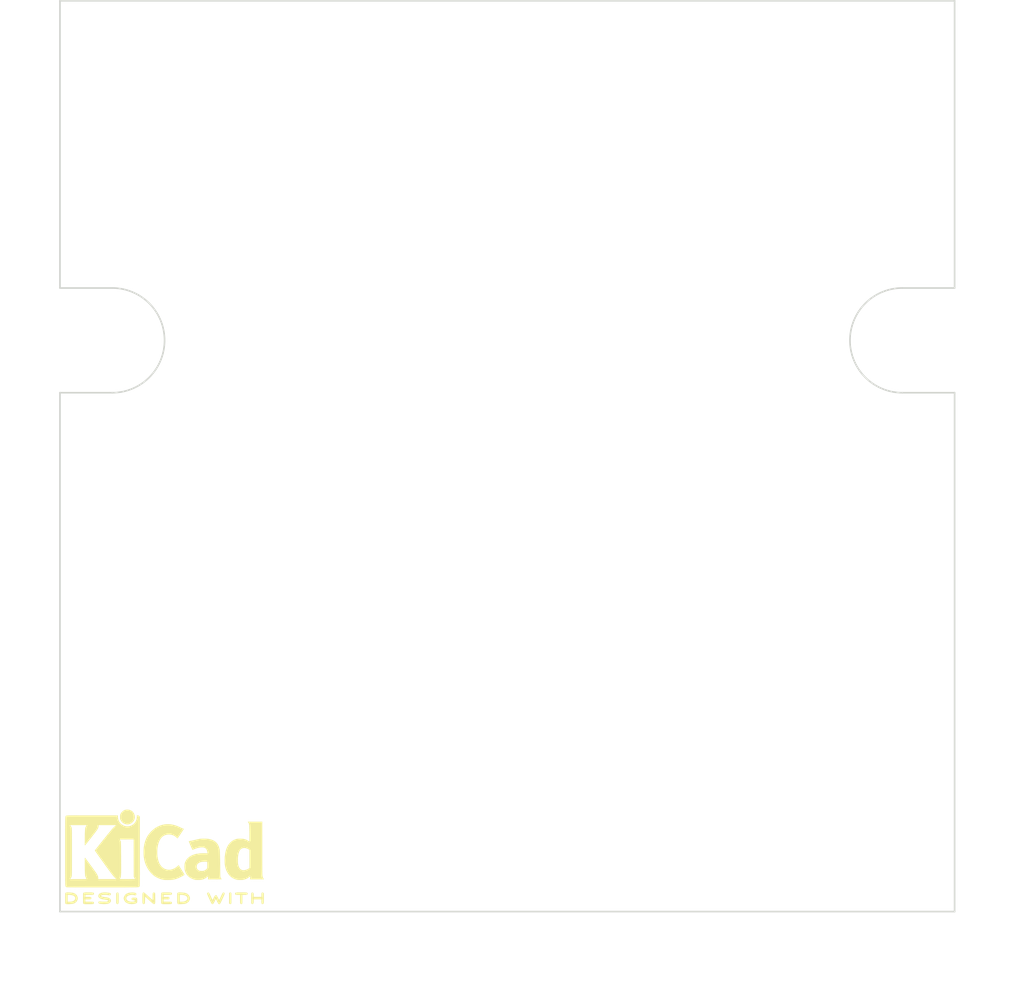
<source format=kicad_pcb>
(kicad_pcb (version 20160815) (host pcbnew no-vcs-found-7409~56~ubuntu16.10.1)

  (general
    (links 0)
    (no_connects 0)
    (area 69.845 81.766999 134.395 145.67)
    (thickness 1.6)
    (drawings 15)
    (tracks 0)
    (zones 0)
    (modules 5)
    (nets 1)
  )

  (page A)
  (title_block
    (title "Enter Title On Page Setting Dialog")
    (rev 1)
    (company "Ashton Johnson")
  )

  (layers
    (0 F.Cu signal)
    (31 B.Cu signal)
    (33 F.Adhes user)
    (35 F.Paste user)
    (37 F.SilkS user)
    (39 F.Mask user)
    (40 Dwgs.User user)
    (41 Cmts.User user)
    (42 Eco1.User user)
    (43 Eco2.User user)
    (44 Edge.Cuts user)
    (45 Margin user)
    (47 F.CrtYd user)
    (49 F.Fab user)
  )

  (setup
    (last_trace_width 0.381)
    (user_trace_width 0.1524)
    (user_trace_width 0.2032)
    (user_trace_width 0.254)
    (user_trace_width 0.381)
    (user_trace_width 0.508)
    (user_trace_width 0.635)
    (user_trace_width 0.889)
    (user_trace_width 1.27)
    (user_trace_width 2.974416)
    (trace_clearance 0.254)
    (zone_clearance 0.508)
    (zone_45_only yes)
    (trace_min 0.1524)
    (segment_width 0.2)
    (edge_width 0.1)
    (via_size 0.6858)
    (via_drill 0.3302)
    (via_min_size 0.6858)
    (via_min_drill 0.3302)
    (user_via 0.6858 0.3302)
    (uvia_size 254)
    (uvia_drill 127)
    (uvias_allowed no)
    (uvia_min_size 0)
    (uvia_min_drill 0)
    (pcb_text_width 0.3)
    (pcb_text_size 1.5 1.5)
    (mod_edge_width 0.15)
    (mod_text_size 1 1)
    (mod_text_width 0.15)
    (pad_size 3.2 3.2)
    (pad_drill 3.2)
    (pad_to_mask_clearance 0.0762)
    (aux_axis_origin 130 100)
    (grid_origin 130 100)
    (visible_elements 7FFFFFFF)
    (pcbplotparams
      (layerselection 0x010a8_80000001)
      (usegerberextensions true)
      (usegerberattributes true)
      (excludeedgelayer true)
      (linewidth 0.100000)
      (plotframeref false)
      (viasonmask false)
      (mode 1)
      (useauxorigin false)
      (hpglpennumber 1)
      (hpglpenspeed 20)
      (hpglpendiameter 15)
      (psnegative false)
      (psa4output false)
      (plotreference true)
      (plotvalue true)
      (plotinvisibletext false)
      (padsonsilk false)
      (subtractmaskfromsilk true)
      (outputformat 1)
      (mirror false)
      (drillshape 0)
      (scaleselection 1)
      (outputdirectory ""))
  )

  (net 0 "")

  (net_class Default "This is the default net class."
    (clearance 0.254)
    (trace_width 0.381)
    (via_dia 0.6858)
    (via_drill 0.3302)
    (uvia_dia 254)
    (uvia_drill 127)
    (diff_pair_gap 0.25)
    (diff_pair_width 0.2)
  )

  (module Mounting_Holes:MountingHole_3.2mm_M3_ISO14580 locked (layer F.Cu) (tedit 586721DC) (tstamp 58672070)
    (at 115.695 124.647)
    (descr "Mounting Hole 3.2mm, no annular, M3, ISO14580")
    (tags "mounting hole 3.2mm no annular m3 iso14580")
    (fp_text reference MK4 (at 0 -3.75) (layer F.SilkS) hide
      (effects (font (size 1 1) (thickness 0.15)))
    )
    (fp_text value MountingHole_3.2mm_M3_ISO14580 (at 0 3.75) (layer F.Fab) hide
      (effects (font (size 1 1) (thickness 0.15)))
    )
    (fp_circle (center 0 0) (end 3 0) (layer F.CrtYd) (width 0.05))
    (fp_circle (center 0 0) (end 2.75 0) (layer Cmts.User) (width 0.15))
    (pad 1 np_thru_hole circle (at 0 0) (size 3.2 3.2) (drill 3.2) (layers *.Cu *.Mask))
  )

  (module Mounting_Holes:MountingHole_3.2mm_M3_ISO14580 locked (layer F.Cu) (tedit 586721DF) (tstamp 5867206A)
    (at 87.695 124.647)
    (descr "Mounting Hole 3.2mm, no annular, M3, ISO14580")
    (tags "mounting hole 3.2mm no annular m3 iso14580")
    (fp_text reference MK3 (at 0 -3.75) (layer F.SilkS) hide
      (effects (font (size 1 1) (thickness 0.15)))
    )
    (fp_text value MountingHole_3.2mm_M3_ISO14580 (at 0 3.75) (layer F.Fab) hide
      (effects (font (size 1 1) (thickness 0.15)))
    )
    (fp_circle (center 0 0) (end 3 0) (layer F.CrtYd) (width 0.05))
    (fp_circle (center 0 0) (end 2.75 0) (layer Cmts.User) (width 0.15))
    (pad 1 np_thru_hole circle (at 0 0) (size 3.2 3.2) (drill 3.2) (layers *.Cu *.Mask))
  )

  (module Mounting_Holes:MountingHole_3.2mm_M3_ISO14580 locked (layer F.Cu) (tedit 586721D5) (tstamp 58672064)
    (at 115.695 96.647)
    (descr "Mounting Hole 3.2mm, no annular, M3, ISO14580")
    (tags "mounting hole 3.2mm no annular m3 iso14580")
    (fp_text reference MK2 (at 0 -3.75) (layer F.SilkS) hide
      (effects (font (size 1 1) (thickness 0.15)))
    )
    (fp_text value MountingHole_3.2mm_M3_ISO14580 (at 0 3.75) (layer F.Fab) hide
      (effects (font (size 1 1) (thickness 0.15)))
    )
    (fp_circle (center 0 0) (end 3 0) (layer F.CrtYd) (width 0.05))
    (fp_circle (center 0 0) (end 2.75 0) (layer Cmts.User) (width 0.15))
    (pad 1 np_thru_hole circle (at 0 0) (size 3.2 3.2) (drill 3.2) (layers *.Cu *.Mask))
  )

  (module Mounting_Holes:MountingHole_3.2mm_M3_ISO14580 locked (layer F.Cu) (tedit 586721D8) (tstamp 58671FE4)
    (at 87.695 96.647)
    (descr "Mounting Hole 3.2mm, no annular, M3, ISO14580")
    (tags "mounting hole 3.2mm no annular m3 iso14580")
    (fp_text reference MK1 (at 0 -3.75) (layer F.SilkS) hide
      (effects (font (size 1 1) (thickness 0.15)))
    )
    (fp_text value MountingHole_3.2mm_M3_ISO14580 (at 0 3.75) (layer F.Fab) hide
      (effects (font (size 1 1) (thickness 0.15)))
    )
    (fp_circle (center 0 0) (end 2.75 0) (layer Cmts.User) (width 0.15))
    (fp_circle (center 0 0) (end 3 0) (layer F.CrtYd) (width 0.05))
    (pad 1 np_thru_hole circle (at 0 0) (size 3.2 3.2) (drill 3.2) (layers *.Cu *.Mask))
  )

  (module Symbols:KiCad-Logo2_6mm_SilkScreen (layer F.Cu) (tedit 581164A0) (tstamp 581165B4)
    (at 80 136)
    (descr "KiCad Logo")
    (tags "Logo KiCad")
    (attr virtual)
    (fp_text reference REF*** (at -3.95 -3.37) (layer F.SilkS) hide
      (effects (font (size 1 1) (thickness 0.15)))
    )
    (fp_text value KiCad-Logo2_6mm_SilkScreen (at -7.34 4.17) (layer F.Fab) hide
      (effects (font (size 1 1) (thickness 0.15)))
    )
    (fp_poly (pts (xy -6.121371 2.269066) (xy -6.081889 2.269467) (xy -5.9662 2.272259) (xy -5.869311 2.28055)
      (xy -5.787919 2.295232) (xy -5.718723 2.317193) (xy -5.65842 2.347322) (xy -5.603708 2.38651)
      (xy -5.584167 2.403532) (xy -5.55175 2.443363) (xy -5.52252 2.497413) (xy -5.499991 2.557323)
      (xy -5.487679 2.614739) (xy -5.4864 2.635956) (xy -5.494417 2.694769) (xy -5.515899 2.759013)
      (xy -5.546999 2.819821) (xy -5.583866 2.86833) (xy -5.589854 2.874182) (xy -5.640579 2.915321)
      (xy -5.696125 2.947435) (xy -5.759696 2.971365) (xy -5.834494 2.987953) (xy -5.923722 2.998041)
      (xy -6.030582 3.002469) (xy -6.079528 3.002845) (xy -6.141762 3.002545) (xy -6.185528 3.001292)
      (xy -6.214931 2.998554) (xy -6.234079 2.993801) (xy -6.247077 2.986501) (xy -6.254045 2.980267)
      (xy -6.260626 2.972694) (xy -6.265788 2.962924) (xy -6.269703 2.94834) (xy -6.272543 2.926326)
      (xy -6.27448 2.894264) (xy -6.275684 2.849536) (xy -6.276328 2.789526) (xy -6.276583 2.711617)
      (xy -6.276622 2.635956) (xy -6.27687 2.535041) (xy -6.276817 2.454427) (xy -6.275857 2.415822)
      (xy -6.129867 2.415822) (xy -6.129867 2.856089) (xy -6.036734 2.856004) (xy -5.980693 2.854396)
      (xy -5.921999 2.850256) (xy -5.873028 2.844464) (xy -5.871538 2.844226) (xy -5.792392 2.82509)
      (xy -5.731002 2.795287) (xy -5.684305 2.752878) (xy -5.654635 2.706961) (xy -5.636353 2.656026)
      (xy -5.637771 2.6082) (xy -5.658988 2.556933) (xy -5.700489 2.503899) (xy -5.757998 2.4646)
      (xy -5.83275 2.438331) (xy -5.882708 2.429035) (xy -5.939416 2.422507) (xy -5.999519 2.417782)
      (xy -6.050639 2.415817) (xy -6.053667 2.415808) (xy -6.129867 2.415822) (xy -6.275857 2.415822)
      (xy -6.27526 2.391851) (xy -6.270998 2.345055) (xy -6.26283 2.311778) (xy -6.249556 2.289759)
      (xy -6.229974 2.276739) (xy -6.202883 2.270457) (xy -6.167082 2.268653) (xy -6.121371 2.269066)) (layer F.SilkS) (width 0.01))
    (fp_poly (pts (xy -4.712794 2.269146) (xy -4.643386 2.269518) (xy -4.590997 2.270385) (xy -4.552847 2.271946)
      (xy -4.526159 2.274403) (xy -4.508153 2.277957) (xy -4.496049 2.28281) (xy -4.487069 2.289161)
      (xy -4.483818 2.292084) (xy -4.464043 2.323142) (xy -4.460482 2.358828) (xy -4.473491 2.39051)
      (xy -4.479506 2.396913) (xy -4.489235 2.403121) (xy -4.504901 2.40791) (xy -4.529408 2.411514)
      (xy -4.565661 2.414164) (xy -4.616565 2.416095) (xy -4.685026 2.417539) (xy -4.747617 2.418418)
      (xy -4.995334 2.421467) (xy -4.998719 2.486378) (xy -5.002105 2.551289) (xy -4.833958 2.551289)
      (xy -4.760959 2.551919) (xy -4.707517 2.554553) (xy -4.670628 2.560309) (xy -4.647288 2.570304)
      (xy -4.634494 2.585656) (xy -4.629242 2.607482) (xy -4.628445 2.627738) (xy -4.630923 2.652592)
      (xy -4.640277 2.670906) (xy -4.659383 2.683637) (xy -4.691118 2.691741) (xy -4.738359 2.696176)
      (xy -4.803983 2.697899) (xy -4.839801 2.698045) (xy -5.000978 2.698045) (xy -5.000978 2.856089)
      (xy -4.752622 2.856089) (xy -4.671213 2.856202) (xy -4.609342 2.856712) (xy -4.563968 2.85787)
      (xy -4.532054 2.85993) (xy -4.510559 2.863146) (xy -4.496443 2.867772) (xy -4.486668 2.874059)
      (xy -4.481689 2.878667) (xy -4.46461 2.90556) (xy -4.459111 2.929467) (xy -4.466963 2.958667)
      (xy -4.481689 2.980267) (xy -4.489546 2.987066) (xy -4.499688 2.992346) (xy -4.514844 2.996298)
      (xy -4.537741 2.999113) (xy -4.571109 3.000982) (xy -4.617675 3.002098) (xy -4.680167 3.002651)
      (xy -4.761314 3.002833) (xy -4.803422 3.002845) (xy -4.893598 3.002765) (xy -4.963924 3.002398)
      (xy -5.017129 3.001552) (xy -5.05594 3.000036) (xy -5.083087 2.997659) (xy -5.101298 2.994229)
      (xy -5.1133 2.989554) (xy -5.121822 2.983444) (xy -5.125156 2.980267) (xy -5.131755 2.97267)
      (xy -5.136927 2.96287) (xy -5.140846 2.948239) (xy -5.143684 2.926152) (xy -5.145615 2.893982)
      (xy -5.146812 2.849103) (xy -5.147448 2.788889) (xy -5.147697 2.710713) (xy -5.147734 2.637923)
      (xy -5.1477 2.544707) (xy -5.147465 2.471431) (xy -5.14683 2.415458) (xy -5.145594 2.374151)
      (xy -5.143556 2.344872) (xy -5.140517 2.324984) (xy -5.136277 2.31185) (xy -5.130635 2.302832)
      (xy -5.123391 2.295293) (xy -5.121606 2.293612) (xy -5.112945 2.286172) (xy -5.102882 2.280409)
      (xy -5.088625 2.276112) (xy -5.067383 2.273064) (xy -5.036364 2.271051) (xy -4.992777 2.26986)
      (xy -4.933831 2.269275) (xy -4.856734 2.269083) (xy -4.802001 2.269067) (xy -4.712794 2.269146)) (layer F.SilkS) (width 0.01))
    (fp_poly (pts (xy -3.691703 2.270351) (xy -3.616888 2.275581) (xy -3.547306 2.28375) (xy -3.487002 2.29455)
      (xy -3.44002 2.307673) (xy -3.410406 2.322813) (xy -3.40586 2.327269) (xy -3.390054 2.36185)
      (xy -3.394847 2.397351) (xy -3.419364 2.427725) (xy -3.420534 2.428596) (xy -3.434954 2.437954)
      (xy -3.450008 2.442876) (xy -3.471005 2.443473) (xy -3.503257 2.439861) (xy -3.552073 2.432154)
      (xy -3.556 2.431505) (xy -3.628739 2.422569) (xy -3.707217 2.418161) (xy -3.785927 2.418119)
      (xy -3.859361 2.422279) (xy -3.922011 2.430479) (xy -3.96837 2.442557) (xy -3.971416 2.443771)
      (xy -4.005048 2.462615) (xy -4.016864 2.481685) (xy -4.007614 2.500439) (xy -3.978047 2.518337)
      (xy -3.928911 2.534837) (xy -3.860957 2.549396) (xy -3.815645 2.556406) (xy -3.721456 2.569889)
      (xy -3.646544 2.582214) (xy -3.587717 2.594449) (xy -3.541785 2.607661) (xy -3.505555 2.622917)
      (xy -3.475838 2.641285) (xy -3.449442 2.663831) (xy -3.42823 2.685971) (xy -3.403065 2.716819)
      (xy -3.390681 2.743345) (xy -3.386808 2.776026) (xy -3.386667 2.787995) (xy -3.389576 2.827712)
      (xy -3.401202 2.857259) (xy -3.421323 2.883486) (xy -3.462216 2.923576) (xy -3.507817 2.954149)
      (xy -3.561513 2.976203) (xy -3.626692 2.990735) (xy -3.706744 2.998741) (xy -3.805057 3.001218)
      (xy -3.821289 3.001177) (xy -3.886849 2.999818) (xy -3.951866 2.99673) (xy -4.009252 2.992356)
      (xy -4.051922 2.98714) (xy -4.055372 2.986541) (xy -4.097796 2.976491) (xy -4.13378 2.963796)
      (xy -4.15415 2.95219) (xy -4.173107 2.921572) (xy -4.174427 2.885918) (xy -4.158085 2.854144)
      (xy -4.154429 2.850551) (xy -4.139315 2.839876) (xy -4.120415 2.835276) (xy -4.091162 2.836059)
      (xy -4.055651 2.840127) (xy -4.01597 2.843762) (xy -3.960345 2.846828) (xy -3.895406 2.849053)
      (xy -3.827785 2.850164) (xy -3.81 2.850237) (xy -3.742128 2.849964) (xy -3.692454 2.848646)
      (xy -3.65661 2.845827) (xy -3.630224 2.84105) (xy -3.608926 2.833857) (xy -3.596126 2.827867)
      (xy -3.568 2.811233) (xy -3.550068 2.796168) (xy -3.547447 2.791897) (xy -3.552976 2.774263)
      (xy -3.57926 2.757192) (xy -3.624478 2.741458) (xy -3.686808 2.727838) (xy -3.705171 2.724804)
      (xy -3.80109 2.709738) (xy -3.877641 2.697146) (xy -3.93778 2.686111) (xy -3.98446 2.67572)
      (xy -4.020637 2.665056) (xy -4.049265 2.653205) (xy -4.073298 2.639251) (xy -4.095692 2.622281)
      (xy -4.119402 2.601378) (xy -4.12738 2.594049) (xy -4.155353 2.566699) (xy -4.17016 2.545029)
      (xy -4.175952 2.520232) (xy -4.176889 2.488983) (xy -4.166575 2.427705) (xy -4.135752 2.37564)
      (xy -4.084595 2.332958) (xy -4.013283 2.299825) (xy -3.9624 2.284964) (xy -3.9071 2.275366)
      (xy -3.840853 2.269936) (xy -3.767706 2.268367) (xy -3.691703 2.270351)) (layer F.SilkS) (width 0.01))
    (fp_poly (pts (xy -2.923822 2.291645) (xy -2.917242 2.299218) (xy -2.912079 2.308987) (xy -2.908164 2.323571)
      (xy -2.905324 2.345585) (xy -2.903387 2.377648) (xy -2.902183 2.422375) (xy -2.901539 2.482385)
      (xy -2.901284 2.560294) (xy -2.901245 2.635956) (xy -2.901314 2.729802) (xy -2.901638 2.803689)
      (xy -2.902386 2.860232) (xy -2.903732 2.902049) (xy -2.905846 2.931757) (xy -2.9089 2.951973)
      (xy -2.913066 2.965314) (xy -2.918516 2.974398) (xy -2.923822 2.980267) (xy -2.956826 2.999947)
      (xy -2.991991 2.998181) (xy -3.023455 2.976717) (xy -3.030684 2.968337) (xy -3.036334 2.958614)
      (xy -3.040599 2.944861) (xy -3.043673 2.924389) (xy -3.045752 2.894512) (xy -3.04703 2.852541)
      (xy -3.047701 2.795789) (xy -3.047959 2.721567) (xy -3.048 2.637537) (xy -3.048 2.324485)
      (xy -3.020291 2.296776) (xy -2.986137 2.273463) (xy -2.953006 2.272623) (xy -2.923822 2.291645)) (layer F.SilkS) (width 0.01))
    (fp_poly (pts (xy -1.950081 2.274599) (xy -1.881565 2.286095) (xy -1.828943 2.303967) (xy -1.794708 2.327499)
      (xy -1.785379 2.340924) (xy -1.775893 2.372148) (xy -1.782277 2.400395) (xy -1.80243 2.427182)
      (xy -1.833745 2.439713) (xy -1.879183 2.438696) (xy -1.914326 2.431906) (xy -1.992419 2.418971)
      (xy -2.072226 2.417742) (xy -2.161555 2.428241) (xy -2.186229 2.43269) (xy -2.269291 2.456108)
      (xy -2.334273 2.490945) (xy -2.380461 2.536604) (xy -2.407145 2.592494) (xy -2.412663 2.621388)
      (xy -2.409051 2.680012) (xy -2.385729 2.731879) (xy -2.344824 2.775978) (xy -2.288459 2.811299)
      (xy -2.21876 2.836829) (xy -2.137852 2.851559) (xy -2.04786 2.854478) (xy -1.95091 2.844575)
      (xy -1.945436 2.843641) (xy -1.906875 2.836459) (xy -1.885494 2.829521) (xy -1.876227 2.819227)
      (xy -1.874006 2.801976) (xy -1.873956 2.792841) (xy -1.873956 2.754489) (xy -1.942431 2.754489)
      (xy -2.0029 2.750347) (xy -2.044165 2.737147) (xy -2.068175 2.71373) (xy -2.076877 2.678936)
      (xy -2.076983 2.674394) (xy -2.071892 2.644654) (xy -2.054433 2.623419) (xy -2.021939 2.609366)
      (xy -1.971743 2.601173) (xy -1.923123 2.598161) (xy -1.852456 2.596433) (xy -1.801198 2.59907)
      (xy -1.766239 2.6088) (xy -1.74447 2.628353) (xy -1.73278 2.660456) (xy -1.72806 2.707838)
      (xy -1.7272 2.770071) (xy -1.728609 2.839535) (xy -1.732848 2.886786) (xy -1.739936 2.912012)
      (xy -1.741311 2.913988) (xy -1.780228 2.945508) (xy -1.837286 2.97047) (xy -1.908869 2.98834)
      (xy -1.991358 2.998586) (xy -2.081139 3.000673) (xy -2.174592 2.994068) (xy -2.229556 2.985956)
      (xy -2.315766 2.961554) (xy -2.395892 2.921662) (xy -2.462977 2.869887) (xy -2.473173 2.859539)
      (xy -2.506302 2.816035) (xy -2.536194 2.762118) (xy -2.559357 2.705592) (xy -2.572298 2.654259)
      (xy -2.573858 2.634544) (xy -2.567218 2.593419) (xy -2.549568 2.542252) (xy -2.524297 2.488394)
      (xy -2.494789 2.439195) (xy -2.468719 2.406334) (xy -2.407765 2.357452) (xy -2.328969 2.318545)
      (xy -2.235157 2.290494) (xy -2.12915 2.274179) (xy -2.032 2.270192) (xy -1.950081 2.274599)) (layer F.SilkS) (width 0.01))
    (fp_poly (pts (xy -1.300114 2.273448) (xy -1.276548 2.287273) (xy -1.245735 2.309881) (xy -1.206078 2.342338)
      (xy -1.15598 2.385708) (xy -1.093843 2.441058) (xy -1.018072 2.509451) (xy -0.931334 2.588084)
      (xy -0.750711 2.751878) (xy -0.745067 2.532029) (xy -0.743029 2.456351) (xy -0.741063 2.399994)
      (xy -0.738734 2.359706) (xy -0.735606 2.332235) (xy -0.731245 2.314329) (xy -0.725216 2.302737)
      (xy -0.717084 2.294208) (xy -0.712772 2.290623) (xy -0.678241 2.27167) (xy -0.645383 2.274441)
      (xy -0.619318 2.290633) (xy -0.592667 2.312199) (xy -0.589352 2.627151) (xy -0.588435 2.719779)
      (xy -0.587968 2.792544) (xy -0.588113 2.848161) (xy -0.589032 2.889342) (xy -0.590887 2.918803)
      (xy -0.593839 2.939255) (xy -0.59805 2.953413) (xy -0.603682 2.963991) (xy -0.609927 2.972474)
      (xy -0.623439 2.988207) (xy -0.636883 2.998636) (xy -0.652124 3.002639) (xy -0.671026 2.999094)
      (xy -0.695455 2.986879) (xy -0.727273 2.964871) (xy -0.768348 2.931949) (xy -0.820542 2.886991)
      (xy -0.885722 2.828875) (xy -0.959556 2.762099) (xy -1.224845 2.521458) (xy -1.230489 2.740589)
      (xy -1.232531 2.816128) (xy -1.234502 2.872354) (xy -1.236839 2.912524) (xy -1.239981 2.939896)
      (xy -1.244364 2.957728) (xy -1.250424 2.969279) (xy -1.2586 2.977807) (xy -1.262784 2.981282)
      (xy -1.299765 3.000372) (xy -1.334708 2.997493) (xy -1.365136 2.9731) (xy -1.372097 2.963286)
      (xy -1.377523 2.951826) (xy -1.381603 2.935968) (xy -1.384529 2.912963) (xy -1.386492 2.880062)
      (xy -1.387683 2.834516) (xy -1.388292 2.773573) (xy -1.388511 2.694486) (xy -1.388534 2.635956)
      (xy -1.38846 2.544407) (xy -1.388113 2.472687) (xy -1.387301 2.418045) (xy -1.385833 2.377732)
      (xy -1.383519 2.348998) (xy -1.380167 2.329093) (xy -1.375588 2.315268) (xy -1.369589 2.304772)
      (xy -1.365136 2.298811) (xy -1.35385 2.284691) (xy -1.343301 2.274029) (xy -1.331893 2.267892)
      (xy -1.31803 2.267343) (xy -1.300114 2.273448)) (layer F.SilkS) (width 0.01))
    (fp_poly (pts (xy 0.230343 2.26926) (xy 0.306701 2.270174) (xy 0.365217 2.272311) (xy 0.408255 2.276175)
      (xy 0.438183 2.282267) (xy 0.457368 2.29109) (xy 0.468176 2.303146) (xy 0.472973 2.318939)
      (xy 0.474127 2.33897) (xy 0.474133 2.341335) (xy 0.473131 2.363992) (xy 0.468396 2.381503)
      (xy 0.457333 2.394574) (xy 0.437348 2.403913) (xy 0.405846 2.410227) (xy 0.360232 2.414222)
      (xy 0.297913 2.416606) (xy 0.216293 2.418086) (xy 0.191277 2.418414) (xy -0.0508 2.421467)
      (xy -0.054186 2.486378) (xy -0.057571 2.551289) (xy 0.110576 2.551289) (xy 0.176266 2.551531)
      (xy 0.223172 2.552556) (xy 0.255083 2.554811) (xy 0.275791 2.558742) (xy 0.289084 2.564798)
      (xy 0.298755 2.573424) (xy 0.298817 2.573493) (xy 0.316356 2.607112) (xy 0.315722 2.643448)
      (xy 0.297314 2.674423) (xy 0.293671 2.677607) (xy 0.280741 2.685812) (xy 0.263024 2.691521)
      (xy 0.23657 2.695162) (xy 0.197432 2.697167) (xy 0.141662 2.697964) (xy 0.105994 2.698045)
      (xy -0.056445 2.698045) (xy -0.056445 2.856089) (xy 0.190161 2.856089) (xy 0.27158 2.856231)
      (xy 0.33341 2.856814) (xy 0.378637 2.858068) (xy 0.410248 2.860227) (xy 0.431231 2.863523)
      (xy 0.444573 2.868189) (xy 0.453261 2.874457) (xy 0.45545 2.876733) (xy 0.471614 2.90828)
      (xy 0.472797 2.944168) (xy 0.459536 2.975285) (xy 0.449043 2.985271) (xy 0.438129 2.990769)
      (xy 0.421217 2.995022) (xy 0.395633 2.99818) (xy 0.358701 3.000392) (xy 0.307746 3.001806)
      (xy 0.240094 3.002572) (xy 0.153069 3.002838) (xy 0.133394 3.002845) (xy 0.044911 3.002787)
      (xy -0.023773 3.002467) (xy -0.075436 3.001667) (xy -0.112855 3.000167) (xy -0.13881 2.997749)
      (xy -0.156078 2.994194) (xy -0.167438 2.989282) (xy -0.175668 2.982795) (xy -0.180183 2.978138)
      (xy -0.186979 2.969889) (xy -0.192288 2.959669) (xy -0.196294 2.9448) (xy -0.199179 2.922602)
      (xy -0.201126 2.890393) (xy -0.202319 2.845496) (xy -0.202939 2.785228) (xy -0.203171 2.706911)
      (xy -0.2032 2.640994) (xy -0.203129 2.548628) (xy -0.202792 2.476117) (xy -0.202002 2.420737)
      (xy -0.200574 2.379765) (xy -0.198321 2.350478) (xy -0.195057 2.330153) (xy -0.190596 2.316066)
      (xy -0.184752 2.305495) (xy -0.179803 2.298811) (xy -0.156406 2.269067) (xy 0.133774 2.269067)
      (xy 0.230343 2.26926)) (layer F.SilkS) (width 0.01))
    (fp_poly (pts (xy 1.018309 2.269275) (xy 1.147288 2.273636) (xy 1.256991 2.286861) (xy 1.349226 2.309741)
      (xy 1.425802 2.34307) (xy 1.488527 2.387638) (xy 1.539212 2.444236) (xy 1.579663 2.513658)
      (xy 1.580459 2.515351) (xy 1.604601 2.577483) (xy 1.613203 2.632509) (xy 1.606231 2.687887)
      (xy 1.583654 2.751073) (xy 1.579372 2.760689) (xy 1.550172 2.816966) (xy 1.517356 2.860451)
      (xy 1.475002 2.897417) (xy 1.41719 2.934135) (xy 1.413831 2.936052) (xy 1.363504 2.960227)
      (xy 1.306621 2.978282) (xy 1.239527 2.990839) (xy 1.158565 2.998522) (xy 1.060082 3.001953)
      (xy 1.025286 3.002251) (xy 0.859594 3.002845) (xy 0.836197 2.9731) (xy 0.829257 2.963319)
      (xy 0.823842 2.951897) (xy 0.819765 2.936095) (xy 0.816837 2.913175) (xy 0.814867 2.880396)
      (xy 0.814225 2.856089) (xy 0.970844 2.856089) (xy 1.064726 2.856089) (xy 1.119664 2.854483)
      (xy 1.17606 2.850255) (xy 1.222345 2.844292) (xy 1.225139 2.84379) (xy 1.307348 2.821736)
      (xy 1.371114 2.7886) (xy 1.418452 2.742847) (xy 1.451382 2.682939) (xy 1.457108 2.667061)
      (xy 1.462721 2.642333) (xy 1.460291 2.617902) (xy 1.448467 2.5854) (xy 1.44134 2.569434)
      (xy 1.418 2.527006) (xy 1.38988 2.49724) (xy 1.35894 2.476511) (xy 1.296966 2.449537)
      (xy 1.217651 2.429998) (xy 1.125253 2.418746) (xy 1.058333 2.41627) (xy 0.970844 2.415822)
      (xy 0.970844 2.856089) (xy 0.814225 2.856089) (xy 0.813668 2.835021) (xy 0.81305 2.774311)
      (xy 0.812825 2.695526) (xy 0.8128 2.63392) (xy 0.8128 2.324485) (xy 0.840509 2.296776)
      (xy 0.852806 2.285544) (xy 0.866103 2.277853) (xy 0.884672 2.27304) (xy 0.912786 2.270446)
      (xy 0.954717 2.26941) (xy 1.014737 2.26927) (xy 1.018309 2.269275)) (layer F.SilkS) (width 0.01))
    (fp_poly (pts (xy 3.744665 2.271034) (xy 3.764255 2.278035) (xy 3.76501 2.278377) (xy 3.791613 2.298678)
      (xy 3.80627 2.319561) (xy 3.809138 2.329352) (xy 3.808996 2.342361) (xy 3.804961 2.360895)
      (xy 3.796146 2.387257) (xy 3.781669 2.423752) (xy 3.760645 2.472687) (xy 3.732188 2.536365)
      (xy 3.695415 2.617093) (xy 3.675175 2.661216) (xy 3.638625 2.739985) (xy 3.604315 2.812423)
      (xy 3.573552 2.87588) (xy 3.547648 2.927708) (xy 3.52791 2.965259) (xy 3.51565 2.985884)
      (xy 3.513224 2.988733) (xy 3.482183 3.001302) (xy 3.447121 2.999619) (xy 3.419 2.984332)
      (xy 3.417854 2.983089) (xy 3.406668 2.966154) (xy 3.387904 2.93317) (xy 3.363875 2.88838)
      (xy 3.336897 2.836032) (xy 3.327201 2.816742) (xy 3.254014 2.67015) (xy 3.17424 2.829393)
      (xy 3.145767 2.884415) (xy 3.11935 2.932132) (xy 3.097148 2.968893) (xy 3.081319 2.991044)
      (xy 3.075954 2.995741) (xy 3.034257 3.002102) (xy 2.999849 2.988733) (xy 2.989728 2.974446)
      (xy 2.972214 2.942692) (xy 2.948735 2.896597) (xy 2.92072 2.839285) (xy 2.889599 2.77388)
      (xy 2.856799 2.703507) (xy 2.82375 2.631291) (xy 2.791881 2.560355) (xy 2.762619 2.493825)
      (xy 2.737395 2.434826) (xy 2.717636 2.386481) (xy 2.704772 2.351915) (xy 2.700231 2.334253)
      (xy 2.700277 2.333613) (xy 2.711326 2.311388) (xy 2.73341 2.288753) (xy 2.73471 2.287768)
      (xy 2.761853 2.272425) (xy 2.786958 2.272574) (xy 2.796368 2.275466) (xy 2.807834 2.281718)
      (xy 2.82001 2.294014) (xy 2.834357 2.314908) (xy 2.852336 2.346949) (xy 2.875407 2.392688)
      (xy 2.90503 2.454677) (xy 2.931745 2.511898) (xy 2.96248 2.578226) (xy 2.990021 2.637874)
      (xy 3.012938 2.687725) (xy 3.029798 2.724664) (xy 3.039173 2.745573) (xy 3.04054 2.748845)
      (xy 3.046689 2.743497) (xy 3.060822 2.721109) (xy 3.081057 2.684946) (xy 3.105515 2.638277)
      (xy 3.115248 2.619022) (xy 3.148217 2.554004) (xy 3.173643 2.506654) (xy 3.193612 2.474219)
      (xy 3.21021 2.453946) (xy 3.225524 2.443082) (xy 3.24164 2.438875) (xy 3.252143 2.4384)
      (xy 3.27067 2.440042) (xy 3.286904 2.446831) (xy 3.303035 2.461566) (xy 3.321251 2.487044)
      (xy 3.343739 2.526061) (xy 3.372689 2.581414) (xy 3.388662 2.612903) (xy 3.41457 2.663087)
      (xy 3.437167 2.704704) (xy 3.454458 2.734242) (xy 3.46445 2.748189) (xy 3.465809 2.74877)
      (xy 3.472261 2.737793) (xy 3.486708 2.70929) (xy 3.507703 2.666244) (xy 3.533797 2.611638)
      (xy 3.563546 2.548454) (xy 3.57818 2.517071) (xy 3.61625 2.436078) (xy 3.646905 2.373756)
      (xy 3.671737 2.328071) (xy 3.692337 2.296989) (xy 3.710298 2.278478) (xy 3.72721 2.270504)
      (xy 3.744665 2.271034)) (layer F.SilkS) (width 0.01))
    (fp_poly (pts (xy 4.188614 2.275877) (xy 4.212327 2.290647) (xy 4.238978 2.312227) (xy 4.238978 2.633773)
      (xy 4.238893 2.72783) (xy 4.238529 2.801932) (xy 4.237724 2.858704) (xy 4.236313 2.900768)
      (xy 4.234133 2.930748) (xy 4.231021 2.951267) (xy 4.226814 2.964949) (xy 4.221348 2.974416)
      (xy 4.217472 2.979082) (xy 4.186034 2.999575) (xy 4.150233 2.998739) (xy 4.118873 2.981264)
      (xy 4.092222 2.959684) (xy 4.092222 2.312227) (xy 4.118873 2.290647) (xy 4.144594 2.274949)
      (xy 4.1656 2.269067) (xy 4.188614 2.275877)) (layer F.SilkS) (width 0.01))
    (fp_poly (pts (xy 4.963065 2.269163) (xy 5.041772 2.269542) (xy 5.102863 2.270333) (xy 5.148817 2.27167)
      (xy 5.182114 2.273683) (xy 5.205236 2.276506) (xy 5.220662 2.280269) (xy 5.230871 2.285105)
      (xy 5.235813 2.288822) (xy 5.261457 2.321358) (xy 5.264559 2.355138) (xy 5.248711 2.385826)
      (xy 5.238348 2.398089) (xy 5.227196 2.40645) (xy 5.211035 2.411657) (xy 5.185642 2.414457)
      (xy 5.146798 2.415596) (xy 5.09028 2.415821) (xy 5.07918 2.415822) (xy 4.933244 2.415822)
      (xy 4.933244 2.686756) (xy 4.933148 2.772154) (xy 4.932711 2.837864) (xy 4.931712 2.886774)
      (xy 4.929928 2.921773) (xy 4.927137 2.945749) (xy 4.923117 2.961593) (xy 4.917645 2.972191)
      (xy 4.910666 2.980267) (xy 4.877734 3.000112) (xy 4.843354 2.998548) (xy 4.812176 2.975906)
      (xy 4.809886 2.9731) (xy 4.802429 2.962492) (xy 4.796747 2.950081) (xy 4.792601 2.93285)
      (xy 4.78975 2.907784) (xy 4.787954 2.871867) (xy 4.786972 2.822083) (xy 4.786564 2.755417)
      (xy 4.786489 2.679589) (xy 4.786489 2.415822) (xy 4.647127 2.415822) (xy 4.587322 2.415418)
      (xy 4.545918 2.41384) (xy 4.518748 2.410547) (xy 4.501646 2.404992) (xy 4.490443 2.396631)
      (xy 4.489083 2.395178) (xy 4.472725 2.361939) (xy 4.474172 2.324362) (xy 4.492978 2.291645)
      (xy 4.50025 2.285298) (xy 4.509627 2.280266) (xy 4.523609 2.276396) (xy 4.544696 2.273537)
      (xy 4.575389 2.271535) (xy 4.618189 2.270239) (xy 4.675595 2.269498) (xy 4.75011 2.269158)
      (xy 4.844233 2.269068) (xy 4.86426 2.269067) (xy 4.963065 2.269163)) (layer F.SilkS) (width 0.01))
    (fp_poly (pts (xy 6.228823 2.274533) (xy 6.260202 2.296776) (xy 6.287911 2.324485) (xy 6.287911 2.63392)
      (xy 6.287838 2.725799) (xy 6.287495 2.79784) (xy 6.286692 2.85278) (xy 6.285241 2.89336)
      (xy 6.282952 2.922317) (xy 6.279636 2.942391) (xy 6.275105 2.956321) (xy 6.269169 2.966845)
      (xy 6.264514 2.9731) (xy 6.233783 2.997673) (xy 6.198496 3.000341) (xy 6.166245 2.985271)
      (xy 6.155588 2.976374) (xy 6.148464 2.964557) (xy 6.144167 2.945526) (xy 6.141991 2.914992)
      (xy 6.141228 2.868662) (xy 6.141155 2.832871) (xy 6.141155 2.698045) (xy 5.644444 2.698045)
      (xy 5.644444 2.8207) (xy 5.643931 2.876787) (xy 5.641876 2.915333) (xy 5.637508 2.941361)
      (xy 5.630056 2.959897) (xy 5.621047 2.9731) (xy 5.590144 2.997604) (xy 5.555196 3.000506)
      (xy 5.521738 2.983089) (xy 5.512604 2.973959) (xy 5.506152 2.961855) (xy 5.501897 2.943001)
      (xy 5.499352 2.91362) (xy 5.498029 2.869937) (xy 5.497443 2.808175) (xy 5.497375 2.794)
      (xy 5.496891 2.677631) (xy 5.496641 2.581727) (xy 5.496723 2.504177) (xy 5.497231 2.442869)
      (xy 5.498262 2.39569) (xy 5.499913 2.36053) (xy 5.502279 2.335276) (xy 5.505457 2.317817)
      (xy 5.509544 2.306041) (xy 5.514634 2.297835) (xy 5.520266 2.291645) (xy 5.552128 2.271844)
      (xy 5.585357 2.274533) (xy 5.616735 2.296776) (xy 5.629433 2.311126) (xy 5.637526 2.326978)
      (xy 5.642042 2.349554) (xy 5.644006 2.384078) (xy 5.644444 2.435776) (xy 5.644444 2.551289)
      (xy 6.141155 2.551289) (xy 6.141155 2.432756) (xy 6.141662 2.378148) (xy 6.143698 2.341275)
      (xy 6.148035 2.317307) (xy 6.155447 2.301415) (xy 6.163733 2.291645) (xy 6.195594 2.271844)
      (xy 6.228823 2.274533)) (layer F.SilkS) (width 0.01))
    (fp_poly (pts (xy -2.9464 -2.510946) (xy -2.935535 -2.397007) (xy -2.903918 -2.289384) (xy -2.853015 -2.190385)
      (xy -2.784293 -2.102316) (xy -2.699219 -2.027484) (xy -2.602232 -1.969616) (xy -2.495964 -1.929995)
      (xy -2.38895 -1.911427) (xy -2.2833 -1.912566) (xy -2.181125 -1.93207) (xy -2.084534 -1.968594)
      (xy -1.995638 -2.020795) (xy -1.916546 -2.087327) (xy -1.849369 -2.166848) (xy -1.796217 -2.258013)
      (xy -1.759199 -2.359477) (xy -1.740427 -2.469898) (xy -1.738489 -2.519794) (xy -1.738489 -2.607733)
      (xy -1.68656 -2.607733) (xy -1.650253 -2.604889) (xy -1.623355 -2.593089) (xy -1.596249 -2.569351)
      (xy -1.557867 -2.530969) (xy -1.557867 -0.339398) (xy -1.557876 -0.077261) (xy -1.557908 0.163241)
      (xy -1.557972 0.383048) (xy -1.558076 0.583101) (xy -1.558227 0.764344) (xy -1.558434 0.927716)
      (xy -1.558706 1.07416) (xy -1.55905 1.204617) (xy -1.559474 1.320029) (xy -1.559987 1.421338)
      (xy -1.560597 1.509484) (xy -1.561312 1.58541) (xy -1.56214 1.650057) (xy -1.563089 1.704367)
      (xy -1.564167 1.74928) (xy -1.565383 1.78574) (xy -1.566745 1.814687) (xy -1.568261 1.837063)
      (xy -1.569938 1.853809) (xy -1.571786 1.865868) (xy -1.573813 1.87418) (xy -1.576025 1.879687)
      (xy -1.577108 1.881537) (xy -1.581271 1.888549) (xy -1.584805 1.894996) (xy -1.588635 1.9009)
      (xy -1.593682 1.906286) (xy -1.600871 1.911178) (xy -1.611123 1.915598) (xy -1.625364 1.919572)
      (xy -1.644514 1.923121) (xy -1.669499 1.92627) (xy -1.70124 1.929042) (xy -1.740662 1.931461)
      (xy -1.788686 1.933551) (xy -1.846237 1.935335) (xy -1.914237 1.936837) (xy -1.99361 1.93808)
      (xy -2.085279 1.939089) (xy -2.190166 1.939885) (xy -2.309196 1.940494) (xy -2.44329 1.940939)
      (xy -2.593373 1.941243) (xy -2.760367 1.94143) (xy -2.945196 1.941524) (xy -3.148783 1.941548)
      (xy -3.37205 1.941525) (xy -3.615922 1.94148) (xy -3.881321 1.941437) (xy -3.919704 1.941432)
      (xy -4.186682 1.941389) (xy -4.432002 1.941318) (xy -4.656583 1.941213) (xy -4.861345 1.941066)
      (xy -5.047206 1.940869) (xy -5.215088 1.940616) (xy -5.365908 1.9403) (xy -5.500587 1.939913)
      (xy -5.620044 1.939447) (xy -5.725199 1.938897) (xy -5.816971 1.938253) (xy -5.896279 1.937511)
      (xy -5.964043 1.936661) (xy -6.021182 1.935697) (xy -6.068617 1.934611) (xy -6.107266 1.933397)
      (xy -6.138049 1.932047) (xy -6.161885 1.930555) (xy -6.179694 1.928911) (xy -6.192395 1.927111)
      (xy -6.200908 1.925145) (xy -6.205266 1.923477) (xy -6.213728 1.919906) (xy -6.221497 1.91727)
      (xy -6.228602 1.914634) (xy -6.235073 1.911062) (xy -6.240939 1.905621) (xy -6.246229 1.897375)
      (xy -6.250974 1.88539) (xy -6.255202 1.868731) (xy -6.258943 1.846463) (xy -6.262227 1.817652)
      (xy -6.265083 1.781363) (xy -6.26754 1.736661) (xy -6.269629 1.682611) (xy -6.271378 1.618279)
      (xy -6.272817 1.54273) (xy -6.273976 1.45503) (xy -6.274883 1.354243) (xy -6.275569 1.239434)
      (xy -6.276063 1.10967) (xy -6.276395 0.964015) (xy -6.276593 0.801535) (xy -6.276687 0.621295)
      (xy -6.276708 0.42236) (xy -6.276685 0.203796) (xy -6.276646 -0.035332) (xy -6.276622 -0.29596)
      (xy -6.276622 -0.338111) (xy -6.276636 -0.601008) (xy -6.276661 -0.842268) (xy -6.276671 -1.062835)
      (xy -6.276642 -1.263648) (xy -6.276548 -1.445651) (xy -6.276362 -1.609784) (xy -6.276059 -1.756989)
      (xy -6.275614 -1.888208) (xy -6.275034 -1.998133) (xy -5.972197 -1.998133) (xy -5.932407 -1.940289)
      (xy -5.921236 -1.924521) (xy -5.911166 -1.910559) (xy -5.902138 -1.897216) (xy -5.894097 -1.883307)
      (xy -5.886986 -1.867644) (xy -5.880747 -1.849042) (xy -5.875325 -1.826314) (xy -5.870662 -1.798273)
      (xy -5.866701 -1.763733) (xy -5.863385 -1.721508) (xy -5.860659 -1.670411) (xy -5.858464 -1.609256)
      (xy -5.856745 -1.536856) (xy -5.855444 -1.452025) (xy -5.854505 -1.353578) (xy -5.85387 -1.240326)
      (xy -5.853484 -1.111084) (xy -5.853288 -0.964666) (xy -5.853227 -0.799884) (xy -5.853243 -0.615553)
      (xy -5.85328 -0.410487) (xy -5.853289 -0.287867) (xy -5.853265 -0.070918) (xy -5.853231 0.124642)
      (xy -5.853243 0.299999) (xy -5.853358 0.456341) (xy -5.85363 0.594857) (xy -5.854118 0.716734)
      (xy -5.854876 0.82316) (xy -5.855962 0.915322) (xy -5.857431 0.994409) (xy -5.85934 1.061608)
      (xy -5.861744 1.118107) (xy -5.864701 1.165093) (xy -5.868266 1.203755) (xy -5.872495 1.23528)
      (xy -5.877446 1.260855) (xy -5.883173 1.28167) (xy -5.889733 1.298911) (xy -5.897183 1.313765)
      (xy -5.905579 1.327422) (xy -5.914976 1.341069) (xy -5.925432 1.355893) (xy -5.931523 1.364783)
      (xy -5.970296 1.4224) (xy -5.438732 1.4224) (xy -5.315483 1.422365) (xy -5.212987 1.422215)
      (xy -5.12942 1.421878) (xy -5.062956 1.421286) (xy -5.011771 1.420367) (xy -4.974041 1.419051)
      (xy -4.94794 1.417269) (xy -4.931644 1.414951) (xy -4.923328 1.412026) (xy -4.921168 1.408424)
      (xy -4.923339 1.404075) (xy -4.924535 1.402645) (xy -4.949685 1.365573) (xy -4.975583 1.312772)
      (xy -4.999192 1.25077) (xy -5.007461 1.224357) (xy -5.012078 1.206416) (xy -5.015979 1.185355)
      (xy -5.019248 1.159089) (xy -5.021966 1.125532) (xy -5.024215 1.082599) (xy -5.026077 1.028204)
      (xy -5.027636 0.960262) (xy -5.028972 0.876688) (xy -5.030169 0.775395) (xy -5.031308 0.6543)
      (xy -5.031685 0.6096) (xy -5.032702 0.484449) (xy -5.03346 0.380082) (xy -5.033903 0.294707)
      (xy -5.03397 0.226533) (xy -5.033605 0.173765) (xy -5.032748 0.134614) (xy -5.031341 0.107285)
      (xy -5.029325 0.089986) (xy -5.026643 0.080926) (xy -5.023236 0.078312) (xy -5.019044 0.080351)
      (xy -5.014571 0.084667) (xy -5.004216 0.097602) (xy -4.982158 0.126676) (xy -4.949957 0.169759)
      (xy -4.909174 0.224718) (xy -4.86137 0.289423) (xy -4.808105 0.361742) (xy -4.75094 0.439544)
      (xy -4.691437 0.520698) (xy -4.631155 0.603072) (xy -4.571655 0.684536) (xy -4.514498 0.762957)
      (xy -4.461245 0.836204) (xy -4.413457 0.902147) (xy -4.372693 0.958654) (xy -4.340516 1.003593)
      (xy -4.318485 1.034834) (xy -4.313917 1.041466) (xy -4.290996 1.078369) (xy -4.264188 1.126359)
      (xy -4.238789 1.175897) (xy -4.235568 1.182577) (xy -4.21389 1.230772) (xy -4.201304 1.268334)
      (xy -4.195574 1.30416) (xy -4.194456 1.3462) (xy -4.19509 1.4224) (xy -3.040651 1.4224)
      (xy -3.131815 1.328669) (xy -3.178612 1.278775) (xy -3.228899 1.222295) (xy -3.274944 1.168026)
      (xy -3.295369 1.142673) (xy -3.325807 1.103128) (xy -3.365862 1.049916) (xy -3.414361 0.984667)
      (xy -3.470135 0.909011) (xy -3.532011 0.824577) (xy -3.598819 0.732994) (xy -3.669387 0.635892)
      (xy -3.742545 0.534901) (xy -3.817121 0.43165) (xy -3.891944 0.327768) (xy -3.965843 0.224885)
      (xy -4.037646 0.124631) (xy -4.106184 0.028636) (xy -4.170284 -0.061473) (xy -4.228775 -0.144064)
      (xy -4.280486 -0.217508) (xy -4.324247 -0.280176) (xy -4.358885 -0.330439) (xy -4.38323 -0.366666)
      (xy -4.396111 -0.387229) (xy -4.397869 -0.391332) (xy -4.38991 -0.402658) (xy -4.369115 -0.429838)
      (xy -4.336847 -0.471171) (xy -4.29447 -0.524956) (xy -4.243347 -0.589494) (xy -4.184841 -0.663082)
      (xy -4.120314 -0.744022) (xy -4.051131 -0.830612) (xy -3.978653 -0.921152) (xy -3.904246 -1.01394)
      (xy -3.844517 -1.088298) (xy -2.833511 -1.088298) (xy -2.827602 -1.075341) (xy -2.813272 -1.053092)
      (xy -2.812225 -1.051609) (xy -2.793438 -1.021456) (xy -2.773791 -0.984625) (xy -2.769892 -0.976489)
      (xy -2.766356 -0.96806) (xy -2.76323 -0.957941) (xy -2.760486 -0.94474) (xy -2.758092 -0.927062)
      (xy -2.756019 -0.903516) (xy -2.754235 -0.872707) (xy -2.752712 -0.833243) (xy -2.751419 -0.783731)
      (xy -2.750326 -0.722777) (xy -2.749403 -0.648989) (xy -2.748619 -0.560972) (xy -2.747945 -0.457335)
      (xy -2.74735 -0.336684) (xy -2.746805 -0.197626) (xy -2.746279 -0.038768) (xy -2.745745 0.140089)
      (xy -2.745206 0.325207) (xy -2.744772 0.489145) (xy -2.744509 0.633303) (xy -2.744484 0.759079)
      (xy -2.744765 0.867871) (xy -2.745419 0.961077) (xy -2.746514 1.040097) (xy -2.748118 1.106328)
      (xy -2.750297 1.16117) (xy -2.753119 1.206021) (xy -2.756651 1.242278) (xy -2.760961 1.271341)
      (xy -2.766117 1.294609) (xy -2.772185 1.313479) (xy -2.779233 1.329351) (xy -2.787329 1.343622)
      (xy -2.79654 1.357691) (xy -2.80504 1.370158) (xy -2.822176 1.396452) (xy -2.832322 1.414037)
      (xy -2.833511 1.417257) (xy -2.822604 1.418334) (xy -2.791411 1.419335) (xy -2.742223 1.420235)
      (xy -2.677333 1.42101) (xy -2.59903 1.421637) (xy -2.509607 1.422091) (xy -2.411356 1.422349)
      (xy -2.342445 1.4224) (xy -2.237452 1.42218) (xy -2.14061 1.421548) (xy -2.054107 1.420549)
      (xy -1.980132 1.419227) (xy -1.920874 1.417626) (xy -1.87852 1.415791) (xy -1.85526 1.413765)
      (xy -1.851378 1.412493) (xy -1.859076 1.397591) (xy -1.867074 1.38956) (xy -1.880246 1.372434)
      (xy -1.897485 1.342183) (xy -1.909407 1.317622) (xy -1.936045 1.258711) (xy -1.93912 0.081845)
      (xy -1.942195 -1.095022) (xy -2.387853 -1.095022) (xy -2.48567 -1.094858) (xy -2.576064 -1.094389)
      (xy -2.65663 -1.093653) (xy -2.724962 -1.092684) (xy -2.778656 -1.09152) (xy -2.815305 -1.090197)
      (xy -2.832504 -1.088751) (xy -2.833511 -1.088298) (xy -3.844517 -1.088298) (xy -3.82927 -1.107278)
      (xy -3.75509 -1.199463) (xy -3.683069 -1.288796) (xy -3.614569 -1.373576) (xy -3.550955 -1.452102)
      (xy -3.493588 -1.522674) (xy -3.443833 -1.583591) (xy -3.403052 -1.633153) (xy -3.385888 -1.653822)
      (xy -3.299596 -1.754484) (xy -3.222997 -1.837741) (xy -3.154183 -1.905562) (xy -3.091248 -1.959911)
      (xy -3.081867 -1.967278) (xy -3.042356 -1.997883) (xy -4.174116 -1.998133) (xy -4.168827 -1.950156)
      (xy -4.17213 -1.892812) (xy -4.193661 -1.824537) (xy -4.233635 -1.744788) (xy -4.278943 -1.672505)
      (xy -4.295161 -1.64986) (xy -4.323214 -1.612304) (xy -4.36143 -1.561979) (xy -4.408137 -1.501027)
      (xy -4.461661 -1.431589) (xy -4.520331 -1.355806) (xy -4.582475 -1.27582) (xy -4.646421 -1.193772)
      (xy -4.710495 -1.111804) (xy -4.773027 -1.032057) (xy -4.832343 -0.956673) (xy -4.886771 -0.887793)
      (xy -4.934639 -0.827558) (xy -4.974275 -0.778111) (xy -5.004006 -0.741592) (xy -5.022161 -0.720142)
      (xy -5.02522 -0.716844) (xy -5.028079 -0.724851) (xy -5.030293 -0.755145) (xy -5.031857 -0.807444)
      (xy -5.032767 -0.881469) (xy -5.03302 -0.976937) (xy -5.032613 -1.093566) (xy -5.031704 -1.213555)
      (xy -5.030382 -1.345667) (xy -5.028857 -1.457406) (xy -5.026881 -1.550975) (xy -5.024206 -1.628581)
      (xy -5.020582 -1.692426) (xy -5.015761 -1.744717) (xy -5.009494 -1.787656) (xy -5.001532 -1.823449)
      (xy -4.991627 -1.8543) (xy -4.979531 -1.882414) (xy -4.964993 -1.909995) (xy -4.950311 -1.935034)
      (xy -4.912314 -1.998133) (xy -5.972197 -1.998133) (xy -6.275034 -1.998133) (xy -6.275001 -2.004383)
      (xy -6.274195 -2.106456) (xy -6.27317 -2.195367) (xy -6.2719 -2.272059) (xy -6.27036 -2.337473)
      (xy -6.268524 -2.392551) (xy -6.266367 -2.438235) (xy -6.263863 -2.475466) (xy -6.260987 -2.505187)
      (xy -6.257713 -2.528338) (xy -6.254015 -2.545861) (xy -6.249869 -2.558699) (xy -6.245247 -2.567792)
      (xy -6.240126 -2.574082) (xy -6.234478 -2.578512) (xy -6.228279 -2.582022) (xy -6.221504 -2.585555)
      (xy -6.215508 -2.589124) (xy -6.210275 -2.5917) (xy -6.202099 -2.594028) (xy -6.189886 -2.596122)
      (xy -6.172541 -2.597993) (xy -6.148969 -2.599653) (xy -6.118077 -2.601116) (xy -6.078768 -2.602392)
      (xy -6.02995 -2.603496) (xy -5.970527 -2.604439) (xy -5.899404 -2.605233) (xy -5.815488 -2.605891)
      (xy -5.717683 -2.606425) (xy -5.604894 -2.606847) (xy -5.476029 -2.607171) (xy -5.329991 -2.607408)
      (xy -5.165686 -2.60757) (xy -4.98202 -2.60767) (xy -4.777897 -2.60772) (xy -4.566753 -2.607733)
      (xy -2.9464 -2.607733) (xy -2.9464 -2.510946)) (layer F.SilkS) (width 0.01))
    (fp_poly (pts (xy 0.328429 -2.050929) (xy 0.48857 -2.029755) (xy 0.65251 -1.989615) (xy 0.822313 -1.930111)
      (xy 1.000043 -1.850846) (xy 1.01131 -1.845301) (xy 1.069005 -1.817275) (xy 1.120552 -1.793198)
      (xy 1.162191 -1.774751) (xy 1.190162 -1.763614) (xy 1.199733 -1.761067) (xy 1.21895 -1.756059)
      (xy 1.223561 -1.751853) (xy 1.218458 -1.74142) (xy 1.202418 -1.715132) (xy 1.177288 -1.675743)
      (xy 1.144914 -1.626009) (xy 1.107143 -1.568685) (xy 1.065822 -1.506524) (xy 1.022798 -1.442282)
      (xy 0.979917 -1.378715) (xy 0.939026 -1.318575) (xy 0.901971 -1.26462) (xy 0.8706 -1.219603)
      (xy 0.846759 -1.186279) (xy 0.832294 -1.167403) (xy 0.830309 -1.165213) (xy 0.820191 -1.169862)
      (xy 0.79785 -1.187038) (xy 0.76728 -1.21356) (xy 0.751536 -1.228036) (xy 0.655047 -1.303318)
      (xy 0.548336 -1.358759) (xy 0.432832 -1.393859) (xy 0.309962 -1.40812) (xy 0.240561 -1.406949)
      (xy 0.119423 -1.389788) (xy 0.010205 -1.353906) (xy -0.087418 -1.299041) (xy -0.173772 -1.22493)
      (xy -0.249185 -1.131312) (xy -0.313982 -1.017924) (xy -0.351399 -0.931333) (xy -0.395252 -0.795634)
      (xy -0.427572 -0.64815) (xy -0.448443 -0.492686) (xy -0.457949 -0.333044) (xy -0.456173 -0.173027)
      (xy -0.443197 -0.016439) (xy -0.419106 0.132918) (xy -0.383982 0.27124) (xy -0.337908 0.394724)
      (xy -0.321627 0.428978) (xy -0.25338 0.543064) (xy -0.172921 0.639557) (xy -0.08143 0.71767)
      (xy 0.019911 0.776617) (xy 0.12992 0.815612) (xy 0.247415 0.833868) (xy 0.288883 0.835211)
      (xy 0.410441 0.82429) (xy 0.530878 0.791474) (xy 0.648666 0.737439) (xy 0.762277 0.662865)
      (xy 0.853685 0.584539) (xy 0.900215 0.540008) (xy 1.081483 0.837271) (xy 1.12658 0.911433)
      (xy 1.167819 0.979646) (xy 1.203735 1.039459) (xy 1.232866 1.08842) (xy 1.25375 1.124079)
      (xy 1.264924 1.143984) (xy 1.266375 1.147079) (xy 1.258146 1.156718) (xy 1.232567 1.173999)
      (xy 1.192873 1.197283) (xy 1.142297 1.224934) (xy 1.084074 1.255315) (xy 1.021437 1.28679)
      (xy 0.957621 1.317722) (xy 0.89586 1.346473) (xy 0.839388 1.371408) (xy 0.791438 1.390889)
      (xy 0.767986 1.399318) (xy 0.634221 1.437133) (xy 0.496327 1.462136) (xy 0.348622 1.47514)
      (xy 0.221833 1.477468) (xy 0.153878 1.476373) (xy 0.088277 1.474275) (xy 0.030847 1.471434)
      (xy -0.012597 1.468106) (xy -0.026702 1.466422) (xy -0.165716 1.437587) (xy -0.307243 1.392468)
      (xy -0.444725 1.33375) (xy -0.571606 1.26412) (xy -0.649111 1.211441) (xy -0.776519 1.103239)
      (xy -0.894822 0.976671) (xy -1.001828 0.834866) (xy -1.095348 0.680951) (xy -1.17319 0.518053)
      (xy -1.217044 0.400756) (xy -1.267292 0.217128) (xy -1.300791 0.022581) (xy -1.317551 -0.178675)
      (xy -1.317584 -0.382432) (xy -1.300899 -0.584479) (xy -1.267507 -0.780608) (xy -1.21742 -0.966609)
      (xy -1.213603 -0.978197) (xy -1.150719 -1.14025) (xy -1.073972 -1.288168) (xy -0.980758 -1.426135)
      (xy -0.868473 -1.558339) (xy -0.824608 -1.603601) (xy -0.688466 -1.727543) (xy -0.548509 -1.830085)
      (xy -0.402589 -1.912344) (xy -0.248558 -1.975436) (xy -0.084268 -2.020477) (xy 0.011289 -2.037967)
      (xy 0.170023 -2.053534) (xy 0.328429 -2.050929)) (layer F.SilkS) (width 0.01))
    (fp_poly (pts (xy 2.673574 -1.133448) (xy 2.825492 -1.113433) (xy 2.960756 -1.079798) (xy 3.080239 -1.032275)
      (xy 3.184815 -0.970595) (xy 3.262424 -0.907035) (xy 3.331265 -0.832901) (xy 3.385006 -0.753129)
      (xy 3.42791 -0.660909) (xy 3.443384 -0.617839) (xy 3.456244 -0.578858) (xy 3.467446 -0.542711)
      (xy 3.47712 -0.507566) (xy 3.485396 -0.47159) (xy 3.492403 -0.43295) (xy 3.498272 -0.389815)
      (xy 3.503131 -0.340351) (xy 3.50711 -0.282727) (xy 3.51034 -0.215109) (xy 3.512949 -0.135666)
      (xy 3.515067 -0.042564) (xy 3.516824 0.066027) (xy 3.518349 0.191942) (xy 3.519772 0.337012)
      (xy 3.521025 0.479778) (xy 3.522351 0.635968) (xy 3.523556 0.771239) (xy 3.524766 0.887246)
      (xy 3.526106 0.985645) (xy 3.5277 1.068093) (xy 3.529675 1.136246) (xy 3.532156 1.19176)
      (xy 3.535269 1.236292) (xy 3.539138 1.271498) (xy 3.543889 1.299034) (xy 3.549648 1.320556)
      (xy 3.556539 1.337722) (xy 3.564689 1.352186) (xy 3.574223 1.365606) (xy 3.585266 1.379638)
      (xy 3.589566 1.385071) (xy 3.605386 1.40791) (xy 3.612422 1.423463) (xy 3.612444 1.423922)
      (xy 3.601567 1.426121) (xy 3.570582 1.428147) (xy 3.521957 1.429942) (xy 3.458163 1.431451)
      (xy 3.381669 1.432616) (xy 3.294944 1.43338) (xy 3.200457 1.433686) (xy 3.18955 1.433689)
      (xy 2.766657 1.433689) (xy 2.763395 1.337622) (xy 2.760133 1.241556) (xy 2.698044 1.292543)
      (xy 2.600714 1.360057) (xy 2.490813 1.414749) (xy 2.404349 1.444978) (xy 2.335278 1.459666)
      (xy 2.251925 1.469659) (xy 2.162159 1.474646) (xy 2.073845 1.474313) (xy 1.994851 1.468351)
      (xy 1.958622 1.462638) (xy 1.818603 1.424776) (xy 1.692178 1.369932) (xy 1.58026 1.298924)
      (xy 1.483762 1.212568) (xy 1.4036 1.111679) (xy 1.340687 0.997076) (xy 1.296312 0.870984)
      (xy 1.283978 0.814401) (xy 1.276368 0.752202) (xy 1.272739 0.677363) (xy 1.272245 0.643467)
      (xy 1.27231 0.640282) (xy 2.032248 0.640282) (xy 2.041541 0.715333) (xy 2.069728 0.77916)
      (xy 2.118197 0.834798) (xy 2.123254 0.839211) (xy 2.171548 0.874037) (xy 2.223257 0.89662)
      (xy 2.283989 0.90854) (xy 2.359352 0.911383) (xy 2.377459 0.910978) (xy 2.431278 0.908325)
      (xy 2.471308 0.902909) (xy 2.506324 0.892745) (xy 2.545103 0.87585) (xy 2.555745 0.870672)
      (xy 2.616396 0.834844) (xy 2.663215 0.792212) (xy 2.675952 0.776973) (xy 2.720622 0.720462)
      (xy 2.720622 0.524586) (xy 2.720086 0.445939) (xy 2.718396 0.387988) (xy 2.715428 0.348875)
      (xy 2.711057 0.326741) (xy 2.706972 0.320274) (xy 2.691047 0.317111) (xy 2.657264 0.314488)
      (xy 2.61034 0.312655) (xy 2.554993 0.311857) (xy 2.546106 0.311842) (xy 2.42533 0.317096)
      (xy 2.32266 0.333263) (xy 2.236106 0.360961) (xy 2.163681 0.400808) (xy 2.108751 0.447758)
      (xy 2.064204 0.505645) (xy 2.03948 0.568693) (xy 2.032248 0.640282) (xy 1.27231 0.640282)
      (xy 1.274178 0.549712) (xy 1.282522 0.470812) (xy 1.298768 0.39959) (xy 1.324405 0.328864)
      (xy 1.348401 0.276493) (xy 1.40702 0.181196) (xy 1.485117 0.09317) (xy 1.580315 0.014017)
      (xy 1.690238 -0.05466) (xy 1.81251 -0.111259) (xy 1.944755 -0.154179) (xy 2.009422 -0.169118)
      (xy 2.145604 -0.191223) (xy 2.294049 -0.205806) (xy 2.445505 -0.212187) (xy 2.572064 -0.210555)
      (xy 2.73395 -0.203776) (xy 2.72653 -0.262755) (xy 2.707238 -0.361908) (xy 2.676104 -0.442628)
      (xy 2.632269 -0.505534) (xy 2.574871 -0.551244) (xy 2.503048 -0.580378) (xy 2.415941 -0.593553)
      (xy 2.312686 -0.591389) (xy 2.274711 -0.587388) (xy 2.13352 -0.56222) (xy 1.996707 -0.521186)
      (xy 1.902178 -0.483185) (xy 1.857018 -0.46381) (xy 1.818585 -0.44824) (xy 1.792234 -0.438595)
      (xy 1.784546 -0.436548) (xy 1.774802 -0.445626) (xy 1.758083 -0.474595) (xy 1.734232 -0.523783)
      (xy 1.703093 -0.593516) (xy 1.664507 -0.684121) (xy 1.65791 -0.699911) (xy 1.627853 -0.772228)
      (xy 1.600874 -0.837575) (xy 1.578136 -0.893094) (xy 1.560806 -0.935928) (xy 1.550048 -0.963219)
      (xy 1.546941 -0.972058) (xy 1.55694 -0.976813) (xy 1.583217 -0.98209) (xy 1.611489 -0.985769)
      (xy 1.641646 -0.990526) (xy 1.689433 -0.999972) (xy 1.750612 -1.01318) (xy 1.820946 -1.029224)
      (xy 1.896194 -1.04718) (xy 1.924755 -1.054203) (xy 2.029816 -1.079791) (xy 2.11748 -1.099853)
      (xy 2.192068 -1.115031) (xy 2.257903 -1.125965) (xy 2.319307 -1.133296) (xy 2.380602 -1.137665)
      (xy 2.44611 -1.139713) (xy 2.504128 -1.140111) (xy 2.673574 -1.133448)) (layer F.SilkS) (width 0.01))
    (fp_poly (pts (xy 6.186507 -0.527755) (xy 6.186526 -0.293338) (xy 6.186552 -0.080397) (xy 6.186625 0.112168)
      (xy 6.186782 0.285459) (xy 6.187064 0.440576) (xy 6.187509 0.57862) (xy 6.188156 0.700692)
      (xy 6.189045 0.807894) (xy 6.190213 0.901326) (xy 6.191701 0.98209) (xy 6.193546 1.051286)
      (xy 6.195789 1.110015) (xy 6.198469 1.159379) (xy 6.201623 1.200478) (xy 6.205292 1.234413)
      (xy 6.209513 1.262286) (xy 6.214327 1.285198) (xy 6.219773 1.304249) (xy 6.225888 1.32054)
      (xy 6.232712 1.335173) (xy 6.240285 1.349249) (xy 6.248645 1.363868) (xy 6.253839 1.372974)
      (xy 6.288104 1.433689) (xy 5.429955 1.433689) (xy 5.429955 1.337733) (xy 5.429224 1.29437)
      (xy 5.427272 1.261205) (xy 5.424463 1.243424) (xy 5.423221 1.241778) (xy 5.411799 1.248662)
      (xy 5.389084 1.266505) (xy 5.366385 1.285879) (xy 5.3118 1.326614) (xy 5.242321 1.367617)
      (xy 5.16527 1.405123) (xy 5.087965 1.435364) (xy 5.057113 1.445012) (xy 4.988616 1.459578)
      (xy 4.905764 1.469539) (xy 4.816371 1.474583) (xy 4.728248 1.474396) (xy 4.649207 1.468666)
      (xy 4.611511 1.462858) (xy 4.473414 1.424797) (xy 4.346113 1.367073) (xy 4.230292 1.290211)
      (xy 4.126637 1.194739) (xy 4.035833 1.081179) (xy 3.969031 0.970381) (xy 3.914164 0.853625)
      (xy 3.872163 0.734276) (xy 3.842167 0.608283) (xy 3.823311 0.471594) (xy 3.814732 0.320158)
      (xy 3.814006 0.242711) (xy 3.8161 0.185934) (xy 4.645217 0.185934) (xy 4.645424 0.279002)
      (xy 4.648337 0.366692) (xy 4.654 0.443772) (xy 4.662455 0.505009) (xy 4.665038 0.51735)
      (xy 4.69684 0.624633) (xy 4.738498 0.711658) (xy 4.790363 0.778642) (xy 4.852781 0.825805)
      (xy 4.9261 0.853365) (xy 5.010669 0.861541) (xy 5.106835 0.850551) (xy 5.170311 0.834829)
      (xy 5.219454 0.816639) (xy 5.273583 0.790791) (xy 5.314244 0.767089) (xy 5.3848 0.720721)
      (xy 5.3848 -0.42947) (xy 5.317392 -0.473038) (xy 5.238867 -0.51396) (xy 5.154681 -0.540611)
      (xy 5.069557 -0.552535) (xy 4.988216 -0.549278) (xy 4.91538 -0.530385) (xy 4.883426 -0.514816)
      (xy 4.825501 -0.471819) (xy 4.776544 -0.415047) (xy 4.73539 -0.342425) (xy 4.700874 -0.251879)
      (xy 4.671833 -0.141334) (xy 4.670552 -0.135467) (xy 4.660381 -0.073212) (xy 4.652739 0.004594)
      (xy 4.64767 0.09272) (xy 4.645217 0.185934) (xy 3.8161 0.185934) (xy 3.821857 0.029895)
      (xy 3.843802 -0.165941) (xy 3.879786 -0.344668) (xy 3.929759 -0.506155) (xy 3.993668 -0.650274)
      (xy 4.071462 -0.776894) (xy 4.163089 -0.885885) (xy 4.268497 -0.977117) (xy 4.313662 -1.008068)
      (xy 4.414611 -1.064215) (xy 4.517901 -1.103826) (xy 4.627989 -1.127986) (xy 4.74933 -1.137781)
      (xy 4.841836 -1.136735) (xy 4.97149 -1.125769) (xy 5.084084 -1.103954) (xy 5.182875 -1.070286)
      (xy 5.271121 -1.023764) (xy 5.319986 -0.989552) (xy 5.349353 -0.967638) (xy 5.371043 -0.952667)
      (xy 5.379253 -0.948267) (xy 5.380868 -0.959096) (xy 5.382159 -0.989749) (xy 5.383138 -1.037474)
      (xy 5.383817 -1.099521) (xy 5.38421 -1.173138) (xy 5.38433 -1.255573) (xy 5.384188 -1.344075)
      (xy 5.383797 -1.435893) (xy 5.383171 -1.528276) (xy 5.38232 -1.618472) (xy 5.38126 -1.703729)
      (xy 5.380001 -1.781297) (xy 5.378556 -1.848424) (xy 5.376938 -1.902359) (xy 5.375161 -1.94035)
      (xy 5.374669 -1.947333) (xy 5.367092 -2.017749) (xy 5.355531 -2.072898) (xy 5.337792 -2.120019)
      (xy 5.311682 -2.166353) (xy 5.305415 -2.175933) (xy 5.280983 -2.212622) (xy 6.186311 -2.212622)
      (xy 6.186507 -0.527755)) (layer F.SilkS) (width 0.01))
    (fp_poly (pts (xy -2.273043 -2.973429) (xy -2.176768 -2.949191) (xy -2.090184 -2.906359) (xy -2.015373 -2.846581)
      (xy -1.954418 -2.771506) (xy -1.909399 -2.68278) (xy -1.883136 -2.58647) (xy -1.877286 -2.489205)
      (xy -1.89214 -2.395346) (xy -1.92584 -2.307489) (xy -1.976528 -2.22823) (xy -2.042345 -2.160164)
      (xy -2.121434 -2.105888) (xy -2.211934 -2.067998) (xy -2.2632 -2.055574) (xy -2.307698 -2.048053)
      (xy -2.341999 -2.045081) (xy -2.37496 -2.046906) (xy -2.415434 -2.053775) (xy -2.448531 -2.06075)
      (xy -2.541947 -2.092259) (xy -2.625619 -2.143383) (xy -2.697665 -2.212571) (xy -2.7562 -2.298272)
      (xy -2.770148 -2.325511) (xy -2.786586 -2.361878) (xy -2.796894 -2.392418) (xy -2.80246 -2.42455)
      (xy -2.804669 -2.465693) (xy -2.804948 -2.511778) (xy -2.800861 -2.596135) (xy -2.787446 -2.665414)
      (xy -2.762256 -2.726039) (xy -2.722846 -2.784433) (xy -2.684298 -2.828698) (xy -2.612406 -2.894516)
      (xy -2.537313 -2.939947) (xy -2.454562 -2.96715) (xy -2.376928 -2.977424) (xy -2.273043 -2.973429)) (layer F.SilkS) (width 0.01))
  )

  (gr_text "NO CONNECTORS " (at 71 108 90) (layer Dwgs.User) (tstamp 581163A4)
    (effects (font (size 1.5 1.5) (thickness 0.3)))
  )
  (gr_text "NO CONNECTORS " (at 133 108 90) (layer Dwgs.User)
    (effects (font (size 1.5 1.5) (thickness 0.3)))
  )
  (gr_text "RIGHT ANGLE CONNECTORS ON \nFRONT AND BACK ONLY" (at 102 143) (layer Dwgs.User)
    (effects (font (size 1.5 1.5) (thickness 0.3)))
  )
  (gr_arc (start 126.695 103.315) (end 126.695 106.63) (angle 180) (layer Edge.Cuts) (width 0.1))
  (gr_arc (start 76.695 103.315) (end 76.695 100) (angle 180) (layer Edge.Cuts) (width 0.1))
  (gr_line (start 73.39 81.817) (end 73.39 100) (layer Edge.Cuts) (width 0.1))
  (gr_line (start 130 81.817) (end 73.39 81.817) (layer Edge.Cuts) (width 0.1))
  (gr_line (start 73.39 139.477) (end 130 139.477) (layer Edge.Cuts) (width 0.1))
  (gr_line (start 73.39 106.63) (end 73.39 139.477) (layer Edge.Cuts) (width 0.1))
  (gr_line (start 126.695 100) (end 130 100) (layer Edge.Cuts) (width 0.1))
  (gr_line (start 130 139.477) (end 130 106.63) (layer Edge.Cuts) (width 0.1))
  (gr_line (start 76.695 106.63) (end 73.39 106.63) (layer Edge.Cuts) (width 0.1))
  (gr_line (start 130 106.63) (end 126.695 106.63) (layer Edge.Cuts) (width 0.1))
  (gr_line (start 73.39 100) (end 76.695 100) (layer Edge.Cuts) (width 0.1))
  (gr_line (start 130 100) (end 130 81.817) (layer Edge.Cuts) (width 0.1))

)

</source>
